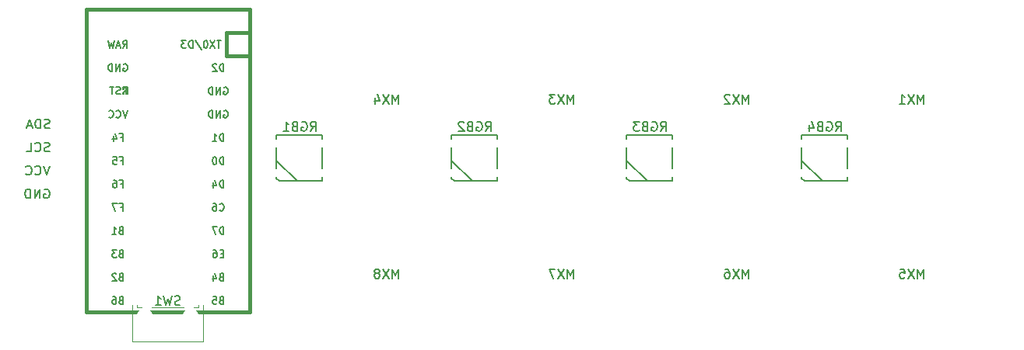
<source format=gbr>
%TF.GenerationSoftware,KiCad,Pcbnew,(6.99.0)*%
%TF.CreationDate,2021-12-30T19:51:54+01:00*%
%TF.ProjectId,TurtlePad,54757274-6c65-4506-9164-2e6b69636164,rev?*%
%TF.SameCoordinates,Original*%
%TF.FileFunction,Legend,Bot*%
%TF.FilePolarity,Positive*%
%FSLAX46Y46*%
G04 Gerber Fmt 4.6, Leading zero omitted, Abs format (unit mm)*
G04 Created by KiCad (PCBNEW (6.99.0)) date 2021-12-30 19:51:54*
%MOMM*%
%LPD*%
G01*
G04 APERTURE LIST*
%ADD10C,0.150000*%
%ADD11C,0.200000*%
%ADD12C,0.381000*%
%ADD13C,0.120000*%
%ADD14C,1.651000*%
%ADD15R,1.651000X1.651000*%
%ADD16R,1.752600X1.752600*%
%ADD17C,1.752600*%
%ADD18O,2.000000X1.600000*%
%ADD19C,3.000000*%
%ADD20C,1.750000*%
%ADD21C,3.987800*%
%ADD22R,2.550000X2.500000*%
%ADD23R,1.501140X0.899160*%
%ADD24C,2.100000*%
%ADD25C,1.200000*%
G04 APERTURE END LIST*
D10*
X97694654Y-100306250D02*
X97789892Y-100258630D01*
X97932750Y-100258630D01*
X98075607Y-100306250D01*
X98170845Y-100401488D01*
X98218464Y-100496726D01*
X98266083Y-100687202D01*
X98266083Y-100830059D01*
X98218464Y-101020535D01*
X98170845Y-101115773D01*
X98075607Y-101211011D01*
X97932750Y-101258630D01*
X97837511Y-101258630D01*
X97694654Y-101211011D01*
X97647035Y-101163392D01*
X97647035Y-100830059D01*
X97837511Y-100830059D01*
X97218464Y-101258630D02*
X97218464Y-100258630D01*
X96647035Y-101258630D01*
X96647035Y-100258630D01*
X96170845Y-101258630D02*
X96170845Y-100258630D01*
X95932750Y-100258630D01*
X95789892Y-100306250D01*
X95694654Y-100401488D01*
X95647035Y-100496726D01*
X95599416Y-100687202D01*
X95599416Y-100830059D01*
X95647035Y-101020535D01*
X95694654Y-101115773D01*
X95789892Y-101211011D01*
X95932750Y-101258630D01*
X96170845Y-101258630D01*
X136223214Y-90939880D02*
X136223214Y-89939880D01*
X135889880Y-90654166D01*
X135556547Y-89939880D01*
X135556547Y-90939880D01*
X135175595Y-89939880D02*
X134508928Y-90939880D01*
X134508928Y-89939880D02*
X135175595Y-90939880D01*
X133699404Y-90273214D02*
X133699404Y-90939880D01*
X133937500Y-89892261D02*
X134175595Y-90606547D01*
X133556547Y-90606547D01*
X155273214Y-109989880D02*
X155273214Y-108989880D01*
X154939880Y-109704166D01*
X154606547Y-108989880D01*
X154606547Y-109989880D01*
X154225595Y-108989880D02*
X153558928Y-109989880D01*
X153558928Y-108989880D02*
X154225595Y-109989880D01*
X153273214Y-108989880D02*
X152606547Y-108989880D01*
X153035119Y-109989880D01*
X193373214Y-109989880D02*
X193373214Y-108989880D01*
X193039880Y-109704166D01*
X192706547Y-108989880D01*
X192706547Y-109989880D01*
X192325595Y-108989880D02*
X191658928Y-109989880D01*
X191658928Y-108989880D02*
X192325595Y-109989880D01*
X190801785Y-108989880D02*
X191277976Y-108989880D01*
X191325595Y-109466071D01*
X191277976Y-109418452D01*
X191182738Y-109370833D01*
X190944642Y-109370833D01*
X190849404Y-109418452D01*
X190801785Y-109466071D01*
X190754166Y-109561309D01*
X190754166Y-109799404D01*
X190801785Y-109894642D01*
X190849404Y-109942261D01*
X190944642Y-109989880D01*
X191182738Y-109989880D01*
X191277976Y-109942261D01*
X191325595Y-109894642D01*
X193373214Y-90939880D02*
X193373214Y-89939880D01*
X193039880Y-90654166D01*
X192706547Y-89939880D01*
X192706547Y-90939880D01*
X192325595Y-89939880D02*
X191658928Y-90939880D01*
X191658928Y-89939880D02*
X192325595Y-90939880D01*
X190754166Y-90939880D02*
X191325595Y-90939880D01*
X191039880Y-90939880D02*
X191039880Y-89939880D01*
X191135119Y-90082738D01*
X191230357Y-90177976D01*
X191325595Y-90225595D01*
X98274035Y-93591011D02*
X98131178Y-93638630D01*
X97893083Y-93638630D01*
X97797845Y-93591011D01*
X97750226Y-93543392D01*
X97702607Y-93448154D01*
X97702607Y-93352916D01*
X97750226Y-93257678D01*
X97797845Y-93210059D01*
X97893083Y-93162440D01*
X98083559Y-93114821D01*
X98178797Y-93067202D01*
X98226416Y-93019583D01*
X98274035Y-92924345D01*
X98274035Y-92829107D01*
X98226416Y-92733869D01*
X98178797Y-92686250D01*
X98083559Y-92638630D01*
X97845464Y-92638630D01*
X97702607Y-92686250D01*
X97274035Y-93638630D02*
X97274035Y-92638630D01*
X97035940Y-92638630D01*
X96893083Y-92686250D01*
X96797845Y-92781488D01*
X96750226Y-92876726D01*
X96702607Y-93067202D01*
X96702607Y-93210059D01*
X96750226Y-93400535D01*
X96797845Y-93495773D01*
X96893083Y-93591011D01*
X97035940Y-93638630D01*
X97274035Y-93638630D01*
X96321654Y-93352916D02*
X95845464Y-93352916D01*
X96416892Y-93638630D02*
X96083559Y-92638630D01*
X95750226Y-93638630D01*
X98266083Y-97718630D02*
X97932750Y-98718630D01*
X97599416Y-97718630D01*
X96694654Y-98623392D02*
X96742273Y-98671011D01*
X96885130Y-98718630D01*
X96980369Y-98718630D01*
X97123226Y-98671011D01*
X97218464Y-98575773D01*
X97266083Y-98480535D01*
X97313702Y-98290059D01*
X97313702Y-98147202D01*
X97266083Y-97956726D01*
X97218464Y-97861488D01*
X97123226Y-97766250D01*
X96980369Y-97718630D01*
X96885130Y-97718630D01*
X96742273Y-97766250D01*
X96694654Y-97813869D01*
X95694654Y-98623392D02*
X95742273Y-98671011D01*
X95885130Y-98718630D01*
X95980369Y-98718630D01*
X96123226Y-98671011D01*
X96218464Y-98575773D01*
X96266083Y-98480535D01*
X96313702Y-98290059D01*
X96313702Y-98147202D01*
X96266083Y-97956726D01*
X96218464Y-97861488D01*
X96123226Y-97766250D01*
X95980369Y-97718630D01*
X95885130Y-97718630D01*
X95742273Y-97766250D01*
X95694654Y-97813869D01*
X155273214Y-90939880D02*
X155273214Y-89939880D01*
X154939880Y-90654166D01*
X154606547Y-89939880D01*
X154606547Y-90939880D01*
X154225595Y-89939880D02*
X153558928Y-90939880D01*
X153558928Y-89939880D02*
X154225595Y-90939880D01*
X153273214Y-89939880D02*
X152654166Y-89939880D01*
X152987500Y-90320833D01*
X152844642Y-90320833D01*
X152749404Y-90368452D01*
X152701785Y-90416071D01*
X152654166Y-90511309D01*
X152654166Y-90749404D01*
X152701785Y-90844642D01*
X152749404Y-90892261D01*
X152844642Y-90939880D01*
X153130357Y-90939880D01*
X153225595Y-90892261D01*
X153273214Y-90844642D01*
X174323214Y-109989880D02*
X174323214Y-108989880D01*
X173989880Y-109704166D01*
X173656547Y-108989880D01*
X173656547Y-109989880D01*
X173275595Y-108989880D02*
X172608928Y-109989880D01*
X172608928Y-108989880D02*
X173275595Y-109989880D01*
X171799404Y-108989880D02*
X171989880Y-108989880D01*
X172085119Y-109037500D01*
X172132738Y-109085119D01*
X172227976Y-109227976D01*
X172275595Y-109418452D01*
X172275595Y-109799404D01*
X172227976Y-109894642D01*
X172180357Y-109942261D01*
X172085119Y-109989880D01*
X171894642Y-109989880D01*
X171799404Y-109942261D01*
X171751785Y-109894642D01*
X171704166Y-109799404D01*
X171704166Y-109561309D01*
X171751785Y-109466071D01*
X171799404Y-109418452D01*
X171894642Y-109370833D01*
X172085119Y-109370833D01*
X172180357Y-109418452D01*
X172227976Y-109466071D01*
X172275595Y-109561309D01*
X174323214Y-90939880D02*
X174323214Y-89939880D01*
X173989880Y-90654166D01*
X173656547Y-89939880D01*
X173656547Y-90939880D01*
X173275595Y-89939880D02*
X172608928Y-90939880D01*
X172608928Y-89939880D02*
X173275595Y-90939880D01*
X172275595Y-90035119D02*
X172227976Y-89987500D01*
X172132738Y-89939880D01*
X171894642Y-89939880D01*
X171799404Y-89987500D01*
X171751785Y-90035119D01*
X171704166Y-90130357D01*
X171704166Y-90225595D01*
X171751785Y-90368452D01*
X172323214Y-90939880D01*
X171704166Y-90939880D01*
X98250226Y-96131011D02*
X98107369Y-96178630D01*
X97869273Y-96178630D01*
X97774035Y-96131011D01*
X97726416Y-96083392D01*
X97678797Y-95988154D01*
X97678797Y-95892916D01*
X97726416Y-95797678D01*
X97774035Y-95750059D01*
X97869273Y-95702440D01*
X98059750Y-95654821D01*
X98154988Y-95607202D01*
X98202607Y-95559583D01*
X98250226Y-95464345D01*
X98250226Y-95369107D01*
X98202607Y-95273869D01*
X98154988Y-95226250D01*
X98059750Y-95178630D01*
X97821654Y-95178630D01*
X97678797Y-95226250D01*
X96678797Y-96083392D02*
X96726416Y-96131011D01*
X96869273Y-96178630D01*
X96964511Y-96178630D01*
X97107369Y-96131011D01*
X97202607Y-96035773D01*
X97250226Y-95940535D01*
X97297845Y-95750059D01*
X97297845Y-95607202D01*
X97250226Y-95416726D01*
X97202607Y-95321488D01*
X97107369Y-95226250D01*
X96964511Y-95178630D01*
X96869273Y-95178630D01*
X96726416Y-95226250D01*
X96678797Y-95273869D01*
X95774035Y-96178630D02*
X96250226Y-96178630D01*
X96250226Y-95178630D01*
X136223214Y-109989880D02*
X136223214Y-108989880D01*
X135889880Y-109704166D01*
X135556547Y-108989880D01*
X135556547Y-109989880D01*
X135175595Y-108989880D02*
X134508928Y-109989880D01*
X134508928Y-108989880D02*
X135175595Y-109989880D01*
X133985119Y-109418452D02*
X134080357Y-109370833D01*
X134127976Y-109323214D01*
X134175595Y-109227976D01*
X134175595Y-109180357D01*
X134127976Y-109085119D01*
X134080357Y-109037500D01*
X133985119Y-108989880D01*
X133794642Y-108989880D01*
X133699404Y-109037500D01*
X133651785Y-109085119D01*
X133604166Y-109180357D01*
X133604166Y-109227976D01*
X133651785Y-109323214D01*
X133699404Y-109370833D01*
X133794642Y-109418452D01*
X133985119Y-109418452D01*
X134080357Y-109466071D01*
X134127976Y-109513690D01*
X134175595Y-109608928D01*
X134175595Y-109799404D01*
X134127976Y-109894642D01*
X134080357Y-109942261D01*
X133985119Y-109989880D01*
X133794642Y-109989880D01*
X133699404Y-109942261D01*
X133651785Y-109894642D01*
X133604166Y-109799404D01*
X133604166Y-109608928D01*
X133651785Y-109513690D01*
X133699404Y-109466071D01*
X133794642Y-109418452D01*
D11*
%TO.C,RGB1*%
X126670916Y-93911630D02*
X127004250Y-93435440D01*
X127242345Y-93911630D02*
X127242345Y-92911630D01*
X126861392Y-92911630D01*
X126766154Y-92959250D01*
X126718535Y-93006869D01*
X126670916Y-93102107D01*
X126670916Y-93244964D01*
X126718535Y-93340202D01*
X126766154Y-93387821D01*
X126861392Y-93435440D01*
X127242345Y-93435440D01*
X125718535Y-92959250D02*
X125813773Y-92911630D01*
X125956630Y-92911630D01*
X126099488Y-92959250D01*
X126194726Y-93054488D01*
X126242345Y-93149726D01*
X126289964Y-93340202D01*
X126289964Y-93483059D01*
X126242345Y-93673535D01*
X126194726Y-93768773D01*
X126099488Y-93864011D01*
X125956630Y-93911630D01*
X125861392Y-93911630D01*
X125718535Y-93864011D01*
X125670916Y-93816392D01*
X125670916Y-93483059D01*
X125861392Y-93483059D01*
X124909011Y-93387821D02*
X124766154Y-93435440D01*
X124718535Y-93483059D01*
X124670916Y-93578297D01*
X124670916Y-93721154D01*
X124718535Y-93816392D01*
X124766154Y-93864011D01*
X124861392Y-93911630D01*
X125242345Y-93911630D01*
X125242345Y-92911630D01*
X124909011Y-92911630D01*
X124813773Y-92959250D01*
X124766154Y-93006869D01*
X124718535Y-93102107D01*
X124718535Y-93197345D01*
X124766154Y-93292583D01*
X124813773Y-93340202D01*
X124909011Y-93387821D01*
X125242345Y-93387821D01*
X123718535Y-93911630D02*
X124289964Y-93911630D01*
X124004250Y-93911630D02*
X124004250Y-92911630D01*
X124099488Y-93054488D01*
X124194726Y-93149726D01*
X124289964Y-93197345D01*
%TO.C,RGB3*%
X164770916Y-93911630D02*
X165104250Y-93435440D01*
X165342345Y-93911630D02*
X165342345Y-92911630D01*
X164961392Y-92911630D01*
X164866154Y-92959250D01*
X164818535Y-93006869D01*
X164770916Y-93102107D01*
X164770916Y-93244964D01*
X164818535Y-93340202D01*
X164866154Y-93387821D01*
X164961392Y-93435440D01*
X165342345Y-93435440D01*
X163818535Y-92959250D02*
X163913773Y-92911630D01*
X164056630Y-92911630D01*
X164199488Y-92959250D01*
X164294726Y-93054488D01*
X164342345Y-93149726D01*
X164389964Y-93340202D01*
X164389964Y-93483059D01*
X164342345Y-93673535D01*
X164294726Y-93768773D01*
X164199488Y-93864011D01*
X164056630Y-93911630D01*
X163961392Y-93911630D01*
X163818535Y-93864011D01*
X163770916Y-93816392D01*
X163770916Y-93483059D01*
X163961392Y-93483059D01*
X163009011Y-93387821D02*
X162866154Y-93435440D01*
X162818535Y-93483059D01*
X162770916Y-93578297D01*
X162770916Y-93721154D01*
X162818535Y-93816392D01*
X162866154Y-93864011D01*
X162961392Y-93911630D01*
X163342345Y-93911630D01*
X163342345Y-92911630D01*
X163009011Y-92911630D01*
X162913773Y-92959250D01*
X162866154Y-93006869D01*
X162818535Y-93102107D01*
X162818535Y-93197345D01*
X162866154Y-93292583D01*
X162913773Y-93340202D01*
X163009011Y-93387821D01*
X163342345Y-93387821D01*
X162437583Y-92911630D02*
X161818535Y-92911630D01*
X162151869Y-93292583D01*
X162009011Y-93292583D01*
X161913773Y-93340202D01*
X161866154Y-93387821D01*
X161818535Y-93483059D01*
X161818535Y-93721154D01*
X161866154Y-93816392D01*
X161913773Y-93864011D01*
X162009011Y-93911630D01*
X162294726Y-93911630D01*
X162389964Y-93864011D01*
X162437583Y-93816392D01*
%TO.C,RGB2*%
X145720916Y-93911630D02*
X146054250Y-93435440D01*
X146292345Y-93911630D02*
X146292345Y-92911630D01*
X145911392Y-92911630D01*
X145816154Y-92959250D01*
X145768535Y-93006869D01*
X145720916Y-93102107D01*
X145720916Y-93244964D01*
X145768535Y-93340202D01*
X145816154Y-93387821D01*
X145911392Y-93435440D01*
X146292345Y-93435440D01*
X144768535Y-92959250D02*
X144863773Y-92911630D01*
X145006630Y-92911630D01*
X145149488Y-92959250D01*
X145244726Y-93054488D01*
X145292345Y-93149726D01*
X145339964Y-93340202D01*
X145339964Y-93483059D01*
X145292345Y-93673535D01*
X145244726Y-93768773D01*
X145149488Y-93864011D01*
X145006630Y-93911630D01*
X144911392Y-93911630D01*
X144768535Y-93864011D01*
X144720916Y-93816392D01*
X144720916Y-93483059D01*
X144911392Y-93483059D01*
X143959011Y-93387821D02*
X143816154Y-93435440D01*
X143768535Y-93483059D01*
X143720916Y-93578297D01*
X143720916Y-93721154D01*
X143768535Y-93816392D01*
X143816154Y-93864011D01*
X143911392Y-93911630D01*
X144292345Y-93911630D01*
X144292345Y-92911630D01*
X143959011Y-92911630D01*
X143863773Y-92959250D01*
X143816154Y-93006869D01*
X143768535Y-93102107D01*
X143768535Y-93197345D01*
X143816154Y-93292583D01*
X143863773Y-93340202D01*
X143959011Y-93387821D01*
X144292345Y-93387821D01*
X143339964Y-93006869D02*
X143292345Y-92959250D01*
X143197107Y-92911630D01*
X142959011Y-92911630D01*
X142863773Y-92959250D01*
X142816154Y-93006869D01*
X142768535Y-93102107D01*
X142768535Y-93197345D01*
X142816154Y-93340202D01*
X143387583Y-93911630D01*
X142768535Y-93911630D01*
%TO.C,RGB4*%
X183820916Y-93911630D02*
X184154250Y-93435440D01*
X184392345Y-93911630D02*
X184392345Y-92911630D01*
X184011392Y-92911630D01*
X183916154Y-92959250D01*
X183868535Y-93006869D01*
X183820916Y-93102107D01*
X183820916Y-93244964D01*
X183868535Y-93340202D01*
X183916154Y-93387821D01*
X184011392Y-93435440D01*
X184392345Y-93435440D01*
X182868535Y-92959250D02*
X182963773Y-92911630D01*
X183106630Y-92911630D01*
X183249488Y-92959250D01*
X183344726Y-93054488D01*
X183392345Y-93149726D01*
X183439964Y-93340202D01*
X183439964Y-93483059D01*
X183392345Y-93673535D01*
X183344726Y-93768773D01*
X183249488Y-93864011D01*
X183106630Y-93911630D01*
X183011392Y-93911630D01*
X182868535Y-93864011D01*
X182820916Y-93816392D01*
X182820916Y-93483059D01*
X183011392Y-93483059D01*
X182059011Y-93387821D02*
X181916154Y-93435440D01*
X181868535Y-93483059D01*
X181820916Y-93578297D01*
X181820916Y-93721154D01*
X181868535Y-93816392D01*
X181916154Y-93864011D01*
X182011392Y-93911630D01*
X182392345Y-93911630D01*
X182392345Y-92911630D01*
X182059011Y-92911630D01*
X181963773Y-92959250D01*
X181916154Y-93006869D01*
X181868535Y-93102107D01*
X181868535Y-93197345D01*
X181916154Y-93292583D01*
X181963773Y-93340202D01*
X182059011Y-93387821D01*
X182392345Y-93387821D01*
X180963773Y-93244964D02*
X180963773Y-93911630D01*
X181201869Y-92864011D02*
X181439964Y-93578297D01*
X180820916Y-93578297D01*
D10*
%TO.C,U1*%
X117208226Y-100088654D02*
X117208226Y-99288654D01*
X117017750Y-99288654D01*
X116903464Y-99326750D01*
X116827273Y-99402940D01*
X116789178Y-99479130D01*
X116751083Y-99631511D01*
X116751083Y-99745797D01*
X116789178Y-99898178D01*
X116827273Y-99974369D01*
X116903464Y-100050559D01*
X117017750Y-100088654D01*
X117208226Y-100088654D01*
X116065369Y-99555321D02*
X116065369Y-100088654D01*
X116255845Y-99250559D02*
X116446321Y-99821988D01*
X115951083Y-99821988D01*
X105962416Y-97129607D02*
X106229083Y-97129607D01*
X106229083Y-97548654D02*
X106229083Y-96748654D01*
X105848130Y-96748654D01*
X105162416Y-96748654D02*
X105543369Y-96748654D01*
X105581464Y-97129607D01*
X105543369Y-97091511D01*
X105467178Y-97053416D01*
X105276702Y-97053416D01*
X105200511Y-97091511D01*
X105162416Y-97129607D01*
X105124321Y-97205797D01*
X105124321Y-97396273D01*
X105162416Y-97472464D01*
X105200511Y-97510559D01*
X105276702Y-97548654D01*
X105467178Y-97548654D01*
X105543369Y-97510559D01*
X105581464Y-97472464D01*
X117208226Y-95008654D02*
X117208226Y-94208654D01*
X117017750Y-94208654D01*
X116903464Y-94246750D01*
X116827273Y-94322940D01*
X116789178Y-94399130D01*
X116751083Y-94551511D01*
X116751083Y-94665797D01*
X116789178Y-94818178D01*
X116827273Y-94894369D01*
X116903464Y-94970559D01*
X117017750Y-95008654D01*
X117208226Y-95008654D01*
X115989178Y-95008654D02*
X116446321Y-95008654D01*
X116217750Y-95008654D02*
X116217750Y-94208654D01*
X116293940Y-94322940D01*
X116370130Y-94399130D01*
X116446321Y-94437226D01*
X105956963Y-89860559D02*
X105842677Y-89898654D01*
X105652201Y-89898654D01*
X105576010Y-89860559D01*
X105537915Y-89822464D01*
X105499820Y-89746273D01*
X105499820Y-89670083D01*
X105537915Y-89593892D01*
X105576010Y-89555797D01*
X105652201Y-89517702D01*
X105804582Y-89479607D01*
X105880772Y-89441511D01*
X105918868Y-89403416D01*
X105956963Y-89327226D01*
X105956963Y-89251035D01*
X105918868Y-89174845D01*
X105880772Y-89136750D01*
X105804582Y-89098654D01*
X105614106Y-89098654D01*
X105499820Y-89136750D01*
X105271249Y-89098654D02*
X104814106Y-89098654D01*
X105042677Y-89898654D02*
X105042677Y-89098654D01*
X106762416Y-91668654D02*
X106495750Y-92468654D01*
X106229083Y-91668654D01*
X105505273Y-92392464D02*
X105543369Y-92430559D01*
X105657654Y-92468654D01*
X105733845Y-92468654D01*
X105848130Y-92430559D01*
X105924321Y-92354369D01*
X105962416Y-92278178D01*
X106000511Y-92125797D01*
X106000511Y-92011511D01*
X105962416Y-91859130D01*
X105924321Y-91782940D01*
X105848130Y-91706750D01*
X105733845Y-91668654D01*
X105657654Y-91668654D01*
X105543369Y-91706750D01*
X105505273Y-91744845D01*
X104705273Y-92392464D02*
X104743369Y-92430559D01*
X104857654Y-92468654D01*
X104933845Y-92468654D01*
X105048130Y-92430559D01*
X105124321Y-92354369D01*
X105162416Y-92278178D01*
X105200511Y-92125797D01*
X105200511Y-92011511D01*
X105162416Y-91859130D01*
X105124321Y-91782940D01*
X105048130Y-91706750D01*
X104933845Y-91668654D01*
X104857654Y-91668654D01*
X104743369Y-91706750D01*
X104705273Y-91744845D01*
X117170130Y-107289607D02*
X116903464Y-107289607D01*
X116789178Y-107708654D02*
X117170130Y-107708654D01*
X117170130Y-106908654D01*
X116789178Y-106908654D01*
X116103464Y-106908654D02*
X116255845Y-106908654D01*
X116332035Y-106946750D01*
X116370130Y-106984845D01*
X116446321Y-107099130D01*
X116484416Y-107251511D01*
X116484416Y-107556273D01*
X116446321Y-107632464D01*
X116408226Y-107670559D01*
X116332035Y-107708654D01*
X116179654Y-107708654D01*
X116103464Y-107670559D01*
X116065369Y-107632464D01*
X116027273Y-107556273D01*
X116027273Y-107365797D01*
X116065369Y-107289607D01*
X116103464Y-107251511D01*
X116179654Y-107213416D01*
X116332035Y-107213416D01*
X116408226Y-107251511D01*
X116446321Y-107289607D01*
X116484416Y-107365797D01*
X105962416Y-99669607D02*
X106229083Y-99669607D01*
X106229083Y-100088654D02*
X106229083Y-99288654D01*
X105848130Y-99288654D01*
X105200511Y-99288654D02*
X105352892Y-99288654D01*
X105429083Y-99326750D01*
X105467178Y-99364845D01*
X105543369Y-99479130D01*
X105581464Y-99631511D01*
X105581464Y-99936273D01*
X105543369Y-100012464D01*
X105505273Y-100050559D01*
X105429083Y-100088654D01*
X105276702Y-100088654D01*
X105200511Y-100050559D01*
X105162416Y-100012464D01*
X105124321Y-99936273D01*
X105124321Y-99745797D01*
X105162416Y-99669607D01*
X105200511Y-99631511D01*
X105276702Y-99593416D01*
X105429083Y-99593416D01*
X105505273Y-99631511D01*
X105543369Y-99669607D01*
X105581464Y-99745797D01*
X116941559Y-112369607D02*
X116827273Y-112407702D01*
X116789178Y-112445797D01*
X116751083Y-112521988D01*
X116751083Y-112636273D01*
X116789178Y-112712464D01*
X116827273Y-112750559D01*
X116903464Y-112788654D01*
X117208226Y-112788654D01*
X117208226Y-111988654D01*
X116941559Y-111988654D01*
X116865369Y-112026750D01*
X116827273Y-112064845D01*
X116789178Y-112141035D01*
X116789178Y-112217226D01*
X116827273Y-112293416D01*
X116865369Y-112331511D01*
X116941559Y-112369607D01*
X117208226Y-112369607D01*
X116027273Y-111988654D02*
X116408226Y-111988654D01*
X116446321Y-112369607D01*
X116408226Y-112331511D01*
X116332035Y-112293416D01*
X116141559Y-112293416D01*
X116065369Y-112331511D01*
X116027273Y-112369607D01*
X115989178Y-112445797D01*
X115989178Y-112636273D01*
X116027273Y-112712464D01*
X116065369Y-112750559D01*
X116141559Y-112788654D01*
X116332035Y-112788654D01*
X116408226Y-112750559D01*
X116446321Y-112712464D01*
X116751083Y-102552464D02*
X116789178Y-102590559D01*
X116903464Y-102628654D01*
X116979654Y-102628654D01*
X117093940Y-102590559D01*
X117170130Y-102514369D01*
X117208226Y-102438178D01*
X117246321Y-102285797D01*
X117246321Y-102171511D01*
X117208226Y-102019130D01*
X117170130Y-101942940D01*
X117093940Y-101866750D01*
X116979654Y-101828654D01*
X116903464Y-101828654D01*
X116789178Y-101866750D01*
X116751083Y-101904845D01*
X116065369Y-101828654D02*
X116217750Y-101828654D01*
X116293940Y-101866750D01*
X116332035Y-101904845D01*
X116408226Y-102019130D01*
X116446321Y-102171511D01*
X116446321Y-102476273D01*
X116408226Y-102552464D01*
X116370130Y-102590559D01*
X116293940Y-102628654D01*
X116141559Y-102628654D01*
X116065369Y-102590559D01*
X116027273Y-102552464D01*
X115989178Y-102476273D01*
X115989178Y-102285797D01*
X116027273Y-102209607D01*
X116065369Y-102171511D01*
X116141559Y-102133416D01*
X116293940Y-102133416D01*
X116370130Y-102171511D01*
X116408226Y-102209607D01*
X116446321Y-102285797D01*
X106019559Y-109829607D02*
X105905273Y-109867702D01*
X105867178Y-109905797D01*
X105829083Y-109981988D01*
X105829083Y-110096273D01*
X105867178Y-110172464D01*
X105905273Y-110210559D01*
X105981464Y-110248654D01*
X106286226Y-110248654D01*
X106286226Y-109448654D01*
X106019559Y-109448654D01*
X105943369Y-109486750D01*
X105905273Y-109524845D01*
X105867178Y-109601035D01*
X105867178Y-109677226D01*
X105905273Y-109753416D01*
X105943369Y-109791511D01*
X106019559Y-109829607D01*
X106286226Y-109829607D01*
X105524321Y-109524845D02*
X105486226Y-109486750D01*
X105410035Y-109448654D01*
X105219559Y-109448654D01*
X105143369Y-109486750D01*
X105105273Y-109524845D01*
X105067178Y-109601035D01*
X105067178Y-109677226D01*
X105105273Y-109791511D01*
X105562416Y-110248654D01*
X105067178Y-110248654D01*
X117208226Y-87388654D02*
X117208226Y-86588654D01*
X117017750Y-86588654D01*
X116903464Y-86626750D01*
X116827273Y-86702940D01*
X116789178Y-86779130D01*
X116751083Y-86931511D01*
X116751083Y-87045797D01*
X116789178Y-87198178D01*
X116827273Y-87274369D01*
X116903464Y-87350559D01*
X117017750Y-87388654D01*
X117208226Y-87388654D01*
X116446321Y-86664845D02*
X116408226Y-86626750D01*
X116332035Y-86588654D01*
X116141559Y-86588654D01*
X116065369Y-86626750D01*
X116027273Y-86664845D01*
X115989178Y-86741035D01*
X115989178Y-86817226D01*
X116027273Y-86931511D01*
X116484416Y-87388654D01*
X115989178Y-87388654D01*
X105962416Y-102209607D02*
X106229083Y-102209607D01*
X106229083Y-102628654D02*
X106229083Y-101828654D01*
X105848130Y-101828654D01*
X105619559Y-101828654D02*
X105086226Y-101828654D01*
X105429083Y-102628654D01*
X105962416Y-94589607D02*
X106229083Y-94589607D01*
X106229083Y-95008654D02*
X106229083Y-94208654D01*
X105848130Y-94208654D01*
X105200511Y-94475321D02*
X105200511Y-95008654D01*
X105390988Y-94170559D02*
X105581464Y-94741988D01*
X105086226Y-94741988D01*
X106019559Y-112369607D02*
X105905273Y-112407702D01*
X105867178Y-112445797D01*
X105829083Y-112521988D01*
X105829083Y-112636273D01*
X105867178Y-112712464D01*
X105905273Y-112750559D01*
X105981464Y-112788654D01*
X106286226Y-112788654D01*
X106286226Y-111988654D01*
X106019559Y-111988654D01*
X105943369Y-112026750D01*
X105905273Y-112064845D01*
X105867178Y-112141035D01*
X105867178Y-112217226D01*
X105905273Y-112293416D01*
X105943369Y-112331511D01*
X106019559Y-112369607D01*
X106286226Y-112369607D01*
X105143369Y-111988654D02*
X105295750Y-111988654D01*
X105371940Y-112026750D01*
X105410035Y-112064845D01*
X105486226Y-112179130D01*
X105524321Y-112331511D01*
X105524321Y-112636273D01*
X105486226Y-112712464D01*
X105448130Y-112750559D01*
X105371940Y-112788654D01*
X105219559Y-112788654D01*
X105143369Y-112750559D01*
X105105273Y-112712464D01*
X105067178Y-112636273D01*
X105067178Y-112445797D01*
X105105273Y-112369607D01*
X105143369Y-112331511D01*
X105219559Y-112293416D01*
X105371940Y-112293416D01*
X105448130Y-112331511D01*
X105486226Y-112369607D01*
X105524321Y-112445797D01*
X117208226Y-105168654D02*
X117208226Y-104368654D01*
X117017750Y-104368654D01*
X116903464Y-104406750D01*
X116827273Y-104482940D01*
X116789178Y-104559130D01*
X116751083Y-104711511D01*
X116751083Y-104825797D01*
X116789178Y-104978178D01*
X116827273Y-105054369D01*
X116903464Y-105130559D01*
X117017750Y-105168654D01*
X117208226Y-105168654D01*
X116484416Y-104368654D02*
X115951083Y-104368654D01*
X116293940Y-105168654D01*
X117208226Y-97548654D02*
X117208226Y-96748654D01*
X117017750Y-96748654D01*
X116903464Y-96786750D01*
X116827273Y-96862940D01*
X116789178Y-96939130D01*
X116751083Y-97091511D01*
X116751083Y-97205797D01*
X116789178Y-97358178D01*
X116827273Y-97434369D01*
X116903464Y-97510559D01*
X117017750Y-97548654D01*
X117208226Y-97548654D01*
X116255845Y-96748654D02*
X116179654Y-96748654D01*
X116103464Y-96786750D01*
X116065369Y-96824845D01*
X116027273Y-96901035D01*
X115989178Y-97053416D01*
X115989178Y-97243892D01*
X116027273Y-97396273D01*
X116065369Y-97472464D01*
X116103464Y-97510559D01*
X116179654Y-97548654D01*
X116255845Y-97548654D01*
X116332035Y-97510559D01*
X116370130Y-97472464D01*
X116408226Y-97396273D01*
X116446321Y-97243892D01*
X116446321Y-97053416D01*
X116408226Y-96901035D01*
X116370130Y-96824845D01*
X116332035Y-96786750D01*
X116255845Y-96748654D01*
X106305273Y-86626750D02*
X106381464Y-86588654D01*
X106495750Y-86588654D01*
X106610035Y-86626750D01*
X106686226Y-86702940D01*
X106724321Y-86779130D01*
X106762416Y-86931511D01*
X106762416Y-87045797D01*
X106724321Y-87198178D01*
X106686226Y-87274369D01*
X106610035Y-87350559D01*
X106495750Y-87388654D01*
X106419559Y-87388654D01*
X106305273Y-87350559D01*
X106267178Y-87312464D01*
X106267178Y-87045797D01*
X106419559Y-87045797D01*
X105924321Y-87388654D02*
X105924321Y-86588654D01*
X105467178Y-87388654D01*
X105467178Y-86588654D01*
X105086226Y-87388654D02*
X105086226Y-86588654D01*
X104895750Y-86588654D01*
X104781464Y-86626750D01*
X104705273Y-86702940D01*
X104667178Y-86779130D01*
X104629083Y-86931511D01*
X104629083Y-87045797D01*
X104667178Y-87198178D01*
X104705273Y-87274369D01*
X104781464Y-87350559D01*
X104895750Y-87388654D01*
X105086226Y-87388654D01*
X116941559Y-109829607D02*
X116827273Y-109867702D01*
X116789178Y-109905797D01*
X116751083Y-109981988D01*
X116751083Y-110096273D01*
X116789178Y-110172464D01*
X116827273Y-110210559D01*
X116903464Y-110248654D01*
X117208226Y-110248654D01*
X117208226Y-109448654D01*
X116941559Y-109448654D01*
X116865369Y-109486750D01*
X116827273Y-109524845D01*
X116789178Y-109601035D01*
X116789178Y-109677226D01*
X116827273Y-109753416D01*
X116865369Y-109791511D01*
X116941559Y-109829607D01*
X117208226Y-109829607D01*
X116065369Y-109715321D02*
X116065369Y-110248654D01*
X116255845Y-109410559D02*
X116446321Y-109981988D01*
X115951083Y-109981988D01*
X106019559Y-107289607D02*
X105905273Y-107327702D01*
X105867178Y-107365797D01*
X105829083Y-107441988D01*
X105829083Y-107556273D01*
X105867178Y-107632464D01*
X105905273Y-107670559D01*
X105981464Y-107708654D01*
X106286226Y-107708654D01*
X106286226Y-106908654D01*
X106019559Y-106908654D01*
X105943369Y-106946750D01*
X105905273Y-106984845D01*
X105867178Y-107061035D01*
X105867178Y-107137226D01*
X105905273Y-107213416D01*
X105943369Y-107251511D01*
X106019559Y-107289607D01*
X106286226Y-107289607D01*
X105562416Y-106908654D02*
X105067178Y-106908654D01*
X105333845Y-107213416D01*
X105219559Y-107213416D01*
X105143369Y-107251511D01*
X105105273Y-107289607D01*
X105067178Y-107365797D01*
X105067178Y-107556273D01*
X105105273Y-107632464D01*
X105143369Y-107670559D01*
X105219559Y-107708654D01*
X105448130Y-107708654D01*
X105524321Y-107670559D01*
X105562416Y-107632464D01*
X117227273Y-89166750D02*
X117303464Y-89128654D01*
X117417750Y-89128654D01*
X117532035Y-89166750D01*
X117608226Y-89242940D01*
X117646321Y-89319130D01*
X117684416Y-89471511D01*
X117684416Y-89585797D01*
X117646321Y-89738178D01*
X117608226Y-89814369D01*
X117532035Y-89890559D01*
X117417750Y-89928654D01*
X117341559Y-89928654D01*
X117227273Y-89890559D01*
X117189178Y-89852464D01*
X117189178Y-89585797D01*
X117341559Y-89585797D01*
X116846321Y-89928654D02*
X116846321Y-89128654D01*
X116389178Y-89928654D01*
X116389178Y-89128654D01*
X116008226Y-89928654D02*
X116008226Y-89128654D01*
X115817750Y-89128654D01*
X115703464Y-89166750D01*
X115627273Y-89242940D01*
X115589178Y-89319130D01*
X115551083Y-89471511D01*
X115551083Y-89585797D01*
X115589178Y-89738178D01*
X115627273Y-89814369D01*
X115703464Y-89890559D01*
X115817750Y-89928654D01*
X116008226Y-89928654D01*
X117227273Y-91706750D02*
X117303464Y-91668654D01*
X117417750Y-91668654D01*
X117532035Y-91706750D01*
X117608226Y-91782940D01*
X117646321Y-91859130D01*
X117684416Y-92011511D01*
X117684416Y-92125797D01*
X117646321Y-92278178D01*
X117608226Y-92354369D01*
X117532035Y-92430559D01*
X117417750Y-92468654D01*
X117341559Y-92468654D01*
X117227273Y-92430559D01*
X117189178Y-92392464D01*
X117189178Y-92125797D01*
X117341559Y-92125797D01*
X116846321Y-92468654D02*
X116846321Y-91668654D01*
X116389178Y-92468654D01*
X116389178Y-91668654D01*
X116008226Y-92468654D02*
X116008226Y-91668654D01*
X115817750Y-91668654D01*
X115703464Y-91706750D01*
X115627273Y-91782940D01*
X115589178Y-91859130D01*
X115551083Y-92011511D01*
X115551083Y-92125797D01*
X115589178Y-92278178D01*
X115627273Y-92354369D01*
X115703464Y-92430559D01*
X115817750Y-92468654D01*
X116008226Y-92468654D01*
X116919098Y-84048654D02*
X116461955Y-84048654D01*
X116690526Y-84848654D02*
X116690526Y-84048654D01*
X116271479Y-84048654D02*
X115738145Y-84848654D01*
X115738145Y-84048654D02*
X116271479Y-84848654D01*
X115281002Y-84048654D02*
X115204812Y-84048654D01*
X115128622Y-84086750D01*
X115090526Y-84124845D01*
X115052431Y-84201035D01*
X115014336Y-84353416D01*
X115014336Y-84543892D01*
X115052431Y-84696273D01*
X115090526Y-84772464D01*
X115128622Y-84810559D01*
X115204812Y-84848654D01*
X115281002Y-84848654D01*
X115357193Y-84810559D01*
X115395288Y-84772464D01*
X115433383Y-84696273D01*
X115471479Y-84543892D01*
X115471479Y-84353416D01*
X115433383Y-84201035D01*
X115395288Y-84124845D01*
X115357193Y-84086750D01*
X115281002Y-84048654D01*
X114100050Y-84010559D02*
X114785764Y-85039130D01*
X113833383Y-84848654D02*
X113833383Y-84048654D01*
X113642907Y-84048654D01*
X113528622Y-84086750D01*
X113452431Y-84162940D01*
X113414336Y-84239130D01*
X113376241Y-84391511D01*
X113376241Y-84505797D01*
X113414336Y-84658178D01*
X113452431Y-84734369D01*
X113528622Y-84810559D01*
X113642907Y-84848654D01*
X113833383Y-84848654D01*
X113109574Y-84048654D02*
X112614336Y-84048654D01*
X112881002Y-84353416D01*
X112766717Y-84353416D01*
X112690526Y-84391511D01*
X112652431Y-84429607D01*
X112614336Y-84505797D01*
X112614336Y-84696273D01*
X112652431Y-84772464D01*
X112690526Y-84810559D01*
X112766717Y-84848654D01*
X112995288Y-84848654D01*
X113071479Y-84810559D01*
X113109574Y-84772464D01*
X106019559Y-104749607D02*
X105905273Y-104787702D01*
X105867178Y-104825797D01*
X105829083Y-104901988D01*
X105829083Y-105016273D01*
X105867178Y-105092464D01*
X105905273Y-105130559D01*
X105981464Y-105168654D01*
X106286226Y-105168654D01*
X106286226Y-104368654D01*
X106019559Y-104368654D01*
X105943369Y-104406750D01*
X105905273Y-104444845D01*
X105867178Y-104521035D01*
X105867178Y-104597226D01*
X105905273Y-104673416D01*
X105943369Y-104711511D01*
X106019559Y-104749607D01*
X106286226Y-104749607D01*
X105067178Y-105168654D02*
X105524321Y-105168654D01*
X105295750Y-105168654D02*
X105295750Y-104368654D01*
X105371940Y-104482940D01*
X105448130Y-104559130D01*
X105524321Y-104597226D01*
X106248130Y-84848654D02*
X106514797Y-84467702D01*
X106705273Y-84848654D02*
X106705273Y-84048654D01*
X106400511Y-84048654D01*
X106324321Y-84086750D01*
X106286226Y-84124845D01*
X106248130Y-84201035D01*
X106248130Y-84315321D01*
X106286226Y-84391511D01*
X106324321Y-84429607D01*
X106400511Y-84467702D01*
X106705273Y-84467702D01*
X105943369Y-84620083D02*
X105562416Y-84620083D01*
X106019559Y-84848654D02*
X105752892Y-84048654D01*
X105486226Y-84848654D01*
X105295750Y-84048654D02*
X105105273Y-84848654D01*
X104952892Y-84277226D01*
X104800511Y-84848654D01*
X104610035Y-84048654D01*
%TO.C,SW1*%
X112450083Y-112866011D02*
X112307226Y-112913630D01*
X112069130Y-112913630D01*
X111973892Y-112866011D01*
X111926273Y-112818392D01*
X111878654Y-112723154D01*
X111878654Y-112627916D01*
X111926273Y-112532678D01*
X111973892Y-112485059D01*
X112069130Y-112437440D01*
X112259607Y-112389821D01*
X112354845Y-112342202D01*
X112402464Y-112294583D01*
X112450083Y-112199345D01*
X112450083Y-112104107D01*
X112402464Y-112008869D01*
X112354845Y-111961250D01*
X112259607Y-111913630D01*
X112021511Y-111913630D01*
X111878654Y-111961250D01*
X111545321Y-111913630D02*
X111307226Y-112913630D01*
X111116750Y-112199345D01*
X110926273Y-112913630D01*
X110688178Y-111913630D01*
X109783416Y-112913630D02*
X110354845Y-112913630D01*
X110069130Y-112913630D02*
X110069130Y-111913630D01*
X110164369Y-112056488D01*
X110259607Y-112151726D01*
X110354845Y-112199345D01*
D11*
%TO.C,RGB1*%
X122944250Y-99119250D02*
X122944250Y-94369250D01*
D10*
X125244250Y-99369250D02*
X122944250Y-97119250D01*
D11*
X123244250Y-99369250D02*
X122944250Y-99119250D01*
X123244250Y-99369250D02*
X127944250Y-99369250D01*
X127944250Y-94369250D02*
X122944250Y-94369250D01*
X127943610Y-99368610D02*
X127943610Y-94369890D01*
D10*
%TO.C,RGB3*%
X163344250Y-99369250D02*
X161044250Y-97119250D01*
D11*
X161044250Y-99119250D02*
X161044250Y-94369250D01*
X161344250Y-99369250D02*
X166044250Y-99369250D01*
X166043610Y-99368610D02*
X166043610Y-94369890D01*
X161344250Y-99369250D02*
X161044250Y-99119250D01*
X166044250Y-94369250D02*
X161044250Y-94369250D01*
%TO.C,RGB2*%
X142294250Y-99369250D02*
X146994250Y-99369250D01*
X146993610Y-99368610D02*
X146993610Y-94369890D01*
D10*
X144294250Y-99369250D02*
X141994250Y-97119250D01*
D11*
X141994250Y-99119250D02*
X141994250Y-94369250D01*
X142294250Y-99369250D02*
X141994250Y-99119250D01*
X146994250Y-94369250D02*
X141994250Y-94369250D01*
%TO.C,RGB4*%
X185094250Y-94369250D02*
X180094250Y-94369250D01*
D10*
X182394250Y-99369250D02*
X180094250Y-97119250D01*
D11*
X180394250Y-99369250D02*
X180094250Y-99119250D01*
X185093610Y-99368610D02*
X185093610Y-94369890D01*
X180394250Y-99369250D02*
X185094250Y-99369250D01*
X180094250Y-99119250D02*
X180094250Y-94369250D01*
D12*
%TO.C,U1*%
X102266750Y-80676750D02*
X120046750Y-80676750D01*
X102266750Y-113696750D02*
X102266750Y-83216750D01*
X117506750Y-85756750D02*
X120046750Y-85756750D01*
X117506750Y-83216750D02*
X117506750Y-85756750D01*
X117506750Y-83216750D02*
X120046750Y-83216750D01*
X102266750Y-83216750D02*
X102266750Y-80676750D01*
X120046750Y-113696750D02*
X102266750Y-113696750D01*
X120046750Y-80676750D02*
X120046750Y-83216750D01*
X120046750Y-83216750D02*
X120046750Y-113696750D01*
D10*
X106225182Y-89096110D02*
X106225182Y-89196110D01*
X106225182Y-89196110D02*
X106725182Y-89196110D01*
X106725182Y-89196110D02*
X106725182Y-89096110D01*
X106725182Y-89096110D02*
X106225182Y-89096110D01*
G36*
X106725182Y-89196110D02*
G01*
X106225182Y-89196110D01*
X106225182Y-89096110D01*
X106725182Y-89096110D01*
X106725182Y-89196110D01*
G37*
X106725182Y-89196110D02*
X106225182Y-89196110D01*
X106225182Y-89096110D01*
X106725182Y-89096110D01*
X106725182Y-89196110D01*
X106425182Y-89496110D02*
X106425182Y-89596110D01*
X106425182Y-89596110D02*
X106525182Y-89596110D01*
X106525182Y-89596110D02*
X106525182Y-89496110D01*
X106525182Y-89496110D02*
X106425182Y-89496110D01*
G36*
X106525182Y-89596110D02*
G01*
X106425182Y-89596110D01*
X106425182Y-89496110D01*
X106525182Y-89496110D01*
X106525182Y-89596110D01*
G37*
X106525182Y-89596110D02*
X106425182Y-89596110D01*
X106425182Y-89496110D01*
X106525182Y-89496110D01*
X106525182Y-89596110D01*
X106225182Y-89096110D02*
X106225182Y-89396110D01*
X106225182Y-89396110D02*
X106325182Y-89396110D01*
X106325182Y-89396110D02*
X106325182Y-89096110D01*
X106325182Y-89096110D02*
X106225182Y-89096110D01*
G36*
X106325182Y-89396110D02*
G01*
X106225182Y-89396110D01*
X106225182Y-89096110D01*
X106325182Y-89096110D01*
X106325182Y-89396110D01*
G37*
X106325182Y-89396110D02*
X106225182Y-89396110D01*
X106225182Y-89096110D01*
X106325182Y-89096110D01*
X106325182Y-89396110D01*
X106225182Y-89696110D02*
X106225182Y-89896110D01*
X106225182Y-89896110D02*
X106325182Y-89896110D01*
X106325182Y-89896110D02*
X106325182Y-89696110D01*
X106325182Y-89696110D02*
X106225182Y-89696110D01*
G36*
X106325182Y-89896110D02*
G01*
X106225182Y-89896110D01*
X106225182Y-89696110D01*
X106325182Y-89696110D01*
X106325182Y-89896110D01*
G37*
X106325182Y-89896110D02*
X106225182Y-89896110D01*
X106225182Y-89696110D01*
X106325182Y-89696110D01*
X106325182Y-89896110D01*
X106625182Y-89096110D02*
X106625182Y-89896110D01*
X106625182Y-89896110D02*
X106725182Y-89896110D01*
X106725182Y-89896110D02*
X106725182Y-89096110D01*
X106725182Y-89096110D02*
X106625182Y-89096110D01*
G36*
X106725182Y-89896110D02*
G01*
X106625182Y-89896110D01*
X106625182Y-89096110D01*
X106725182Y-89096110D01*
X106725182Y-89896110D01*
G37*
X106725182Y-89896110D02*
X106625182Y-89896110D01*
X106625182Y-89096110D01*
X106725182Y-89096110D01*
X106725182Y-89896110D01*
D13*
%TO.C,SW1*%
X107776750Y-113171250D02*
X108316750Y-113171250D01*
X114976750Y-116841250D02*
X114976750Y-112941250D01*
X107776750Y-113171250D02*
X107776750Y-112941250D01*
X113916750Y-113171250D02*
X114456750Y-113171250D01*
X107256750Y-116841250D02*
X114976750Y-116841250D01*
X107256750Y-116841250D02*
X107256750Y-112941250D01*
X109416750Y-113171250D02*
X112816750Y-113171250D01*
X114456750Y-113171250D02*
X114456750Y-112941250D01*
%TD*%
D14*
%TO.C,D2*%
X181800500Y-91948000D03*
D15*
X181800500Y-84328000D03*
%TD*%
D14*
%TO.C,D3*%
X162750500Y-91948000D03*
D15*
X162750500Y-84328000D03*
%TD*%
D14*
%TO.C,D4*%
X143700500Y-91948000D03*
D15*
X143700500Y-84328000D03*
%TD*%
D14*
%TO.C,D5*%
X200850500Y-110998000D03*
D15*
X200850500Y-103378000D03*
%TD*%
D14*
%TO.C,D6*%
X181800500Y-110998000D03*
D15*
X181800500Y-103378000D03*
%TD*%
D14*
%TO.C,D7*%
X162750500Y-110998000D03*
D15*
X162750500Y-103378000D03*
%TD*%
D14*
%TO.C,D8*%
X143700500Y-110998000D03*
D15*
X143700500Y-103378000D03*
%TD*%
D14*
%TO.C,D1*%
X200850500Y-91948000D03*
D15*
X200850500Y-84328000D03*
%TD*%
D16*
%TO.C,U1*%
X118776750Y-84486750D03*
D17*
X118776750Y-87026750D03*
X118776750Y-89566750D03*
X118776750Y-92106750D03*
X118776750Y-94646750D03*
X118776750Y-97186750D03*
X118776750Y-99726750D03*
X118776750Y-102266750D03*
X118776750Y-104806750D03*
X118776750Y-107346750D03*
X118776750Y-109886750D03*
X118776750Y-112426750D03*
X103536750Y-112426750D03*
X103536750Y-109886750D03*
X103536750Y-107346750D03*
X103536750Y-104806750D03*
X103536750Y-102266750D03*
X103536750Y-99726750D03*
X103536750Y-97186750D03*
X103536750Y-94646750D03*
X103536750Y-92106750D03*
X103536750Y-89566750D03*
X103536750Y-87026750D03*
X103536750Y-84486750D03*
%TD*%
%LPC*%
D18*
%TO.C,OL1*%
X99794750Y-100743250D03*
X99794750Y-98203250D03*
X99794750Y-95663250D03*
X99794750Y-93123250D03*
%TD*%
D14*
%TO.C,D2*%
X181800500Y-91948000D03*
D15*
X181800500Y-84328000D03*
%TD*%
D14*
%TO.C,D3*%
X162750500Y-91948000D03*
D15*
X162750500Y-84328000D03*
%TD*%
D14*
%TO.C,D4*%
X143700500Y-91948000D03*
D15*
X143700500Y-84328000D03*
%TD*%
D14*
%TO.C,D5*%
X200850500Y-110998000D03*
D15*
X200850500Y-103378000D03*
%TD*%
D14*
%TO.C,D6*%
X181800500Y-110998000D03*
D15*
X181800500Y-103378000D03*
%TD*%
D14*
%TO.C,D7*%
X162750500Y-110998000D03*
D15*
X162750500Y-103378000D03*
%TD*%
D14*
%TO.C,D8*%
X143700500Y-110998000D03*
D15*
X143700500Y-103378000D03*
%TD*%
D19*
%TO.C,MX1*%
X194659250Y-82264250D03*
D20*
X197199250Y-87344250D03*
D21*
X192119250Y-87344250D03*
D20*
X187039250Y-87344250D03*
D19*
X188309250Y-84804250D03*
D22*
X185034250Y-84804250D03*
X197961250Y-82264250D03*
%TD*%
D20*
%TO.C,MX2*%
X167989250Y-87344250D03*
D21*
X173069250Y-87344250D03*
D20*
X178149250Y-87344250D03*
D19*
X169259250Y-84804250D03*
X175609250Y-82264250D03*
D22*
X165984250Y-84804250D03*
X178911250Y-82264250D03*
%TD*%
D21*
%TO.C,MX3*%
X154019250Y-87344250D03*
D19*
X156559250Y-82264250D03*
D20*
X159099250Y-87344250D03*
D19*
X150209250Y-84804250D03*
D20*
X148939250Y-87344250D03*
D22*
X146934250Y-84804250D03*
X159861250Y-82264250D03*
%TD*%
D19*
%TO.C,MX5*%
X188309250Y-103854250D03*
D20*
X197199250Y-106394250D03*
D19*
X194659250Y-101314250D03*
D21*
X192119250Y-106394250D03*
D20*
X187039250Y-106394250D03*
D22*
X185034250Y-103854250D03*
X197961250Y-101314250D03*
%TD*%
D19*
%TO.C,MX6*%
X175609250Y-101314250D03*
X169259250Y-103854250D03*
D21*
X173069250Y-106394250D03*
D20*
X167989250Y-106394250D03*
X178149250Y-106394250D03*
D22*
X165984250Y-103854250D03*
X178911250Y-101314250D03*
%TD*%
D20*
%TO.C,MX7*%
X148939250Y-106394250D03*
X159099250Y-106394250D03*
D21*
X154019250Y-106394250D03*
D19*
X156559250Y-101314250D03*
X150209250Y-103854250D03*
D22*
X146934250Y-103854250D03*
X159861250Y-101314250D03*
%TD*%
D21*
%TO.C,MX8*%
X134969250Y-106394250D03*
D19*
X131159250Y-103854250D03*
X137509250Y-101314250D03*
D20*
X140049250Y-106394250D03*
X129889250Y-106394250D03*
D22*
X127884250Y-103854250D03*
X140811250Y-101314250D03*
%TD*%
D14*
%TO.C,D1*%
X200850500Y-91948000D03*
D15*
X200850500Y-84328000D03*
%TD*%
D19*
%TO.C,MX4*%
X137509250Y-82264250D03*
X131159250Y-84804250D03*
D20*
X140049250Y-87344250D03*
X129889250Y-87344250D03*
D21*
X134969250Y-87344250D03*
D22*
X127884250Y-84804250D03*
X140811250Y-82264250D03*
%TD*%
D23*
%TO.C,RGB1*%
X127943610Y-95269050D03*
X127943610Y-98469450D03*
X122944890Y-98469450D03*
X122944890Y-95269050D03*
%TD*%
%TO.C,RGB3*%
X166043610Y-95269050D03*
X166043610Y-98469450D03*
X161044890Y-98469450D03*
X161044890Y-95269050D03*
%TD*%
%TO.C,RGB2*%
X146993610Y-95269050D03*
X146993610Y-98469450D03*
X141994890Y-98469450D03*
X141994890Y-95269050D03*
%TD*%
%TO.C,RGB4*%
X185093610Y-95269050D03*
X185093610Y-98469450D03*
X180094890Y-98469450D03*
X180094890Y-95269050D03*
%TD*%
D16*
%TO.C,U1*%
X118776750Y-84486750D03*
D17*
X118776750Y-87026750D03*
X118776750Y-89566750D03*
X118776750Y-92106750D03*
X118776750Y-94646750D03*
X118776750Y-97186750D03*
X118776750Y-99726750D03*
X118776750Y-102266750D03*
X118776750Y-104806750D03*
X118776750Y-107346750D03*
X118776750Y-109886750D03*
X118776750Y-112426750D03*
X103536750Y-112426750D03*
X103536750Y-109886750D03*
X103536750Y-107346750D03*
X103536750Y-104806750D03*
X103536750Y-102266750D03*
X103536750Y-99726750D03*
X103536750Y-97186750D03*
X103536750Y-94646750D03*
X103536750Y-92106750D03*
X103536750Y-89566750D03*
X103536750Y-87026750D03*
X103536750Y-84486750D03*
%TD*%
D24*
%TO.C,SW1*%
X107616750Y-111651250D03*
D25*
X111116750Y-115351250D03*
D24*
X114626750Y-111651250D03*
D20*
X108616750Y-114141250D03*
X113616750Y-114141250D03*
%TD*%
M02*

</source>
